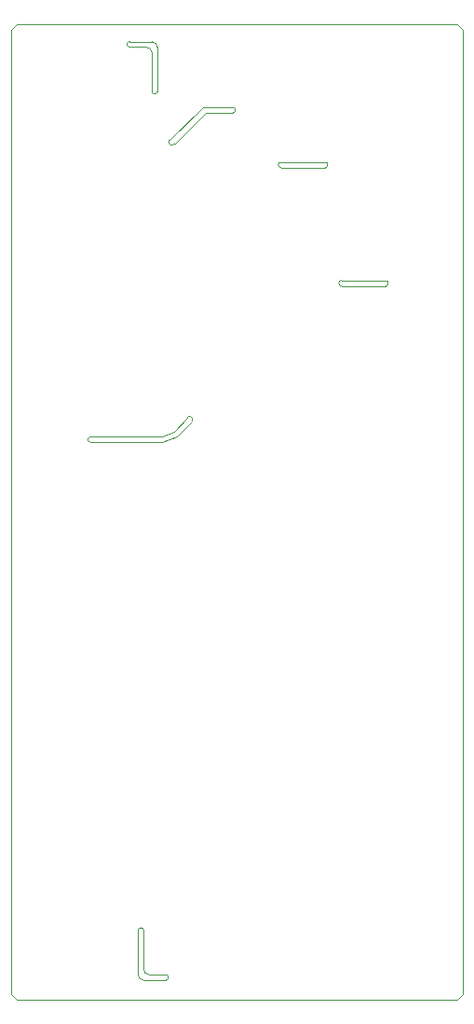
<source format=gbr>
G04 #@! TF.GenerationSoftware,KiCad,Pcbnew,(5.1.5)-3*
G04 #@! TF.CreationDate,2021-07-28T10:17:32-03:00*
G04 #@! TF.ProjectId,relayer_hw,72656c61-7965-4725-9f68-772e6b696361,rev?*
G04 #@! TF.SameCoordinates,Original*
G04 #@! TF.FileFunction,Profile,NP*
%FSLAX46Y46*%
G04 Gerber Fmt 4.6, Leading zero omitted, Abs format (unit mm)*
G04 Created by KiCad (PCBNEW (5.1.5)-3) date 2021-07-28 10:17:32*
%MOMM*%
%LPD*%
G04 APERTURE LIST*
%ADD10C,0.050000*%
G04 APERTURE END LIST*
D10*
X145750000Y-89950000D02*
X146946762Y-88705071D01*
X144700000Y-90400000D02*
X145750000Y-89950000D01*
X138200000Y-90420000D02*
X144700000Y-90400000D01*
X146946762Y-88705071D02*
G75*
G02X147430000Y-89030000I233238J-174929D01*
G01*
X138200000Y-90920000D02*
G75*
G02X138200000Y-90420000I0J250000D01*
G01*
X144710000Y-90920000D02*
X138200000Y-90920000D01*
X146000000Y-90420000D02*
X144710000Y-90920000D01*
X147430000Y-89030000D02*
X146000000Y-90420000D01*
X155500000Y-66000000D02*
G75*
G02X155500000Y-65500000I0J250000D01*
G01*
X155500000Y-65500000D02*
X159500000Y-65500000D01*
X159500000Y-65500000D02*
G75*
G02X159500000Y-66000000I0J-250000D01*
G01*
X155500000Y-66000000D02*
X159500000Y-66000000D01*
X161000000Y-76750000D02*
G75*
G02X161000000Y-76250000I0J250000D01*
G01*
X161000000Y-76250000D02*
X165000000Y-76250000D01*
X161000000Y-76750000D02*
X165000000Y-76750000D01*
X165000000Y-76250000D02*
G75*
G02X165000000Y-76750000I0J-250000D01*
G01*
X151100000Y-60500000D02*
G75*
G02X151100000Y-61000000I0J-250000D01*
G01*
X148416762Y-60500000D02*
X151100000Y-60500000D01*
X148650000Y-61000000D02*
X151100000Y-61000000D01*
X145833238Y-63824929D02*
X148650000Y-61000000D01*
X148416762Y-60500000D02*
X145350000Y-63500000D01*
X145833238Y-63824929D02*
G75*
G02X145350000Y-63500000I-233238J174929D01*
G01*
X144250000Y-59050000D02*
G75*
G02X143750000Y-59050000I-250000J0D01*
G01*
X143750000Y-54550000D02*
X141750000Y-54550000D01*
X143750000Y-54550000D02*
G75*
G02X144250000Y-55050000I0J-500000D01*
G01*
X143250000Y-55050000D02*
G75*
G02X143750000Y-55550000I0J-500000D01*
G01*
X141750000Y-55050000D02*
G75*
G02X141750000Y-54550000I0J250000D01*
G01*
X143250000Y-55050000D02*
X141750000Y-55050000D01*
X144250000Y-59050000D02*
X144250000Y-55050000D01*
X143750000Y-59050000D02*
X143750000Y-55550000D01*
X145000000Y-139250000D02*
G75*
G02X145000000Y-139750000I0J-250000D01*
G01*
X143500000Y-139250000D02*
X145000000Y-139250000D01*
X143000000Y-139750000D02*
X145000000Y-139750000D01*
X143500000Y-139250000D02*
G75*
G02X143000000Y-138750000I0J500000D01*
G01*
X143000000Y-139750000D02*
G75*
G02X142500000Y-139250000I0J500000D01*
G01*
X142500000Y-135250000D02*
X142500000Y-139250000D01*
X143000000Y-135250000D02*
X143000000Y-138750000D01*
X142500000Y-135250000D02*
G75*
G02X143000000Y-135250000I250000J0D01*
G01*
X131000000Y-141000000D02*
X131000000Y-132500000D01*
X131500000Y-141500000D02*
X131000000Y-141000000D01*
X171500000Y-141500000D02*
X131500000Y-141500000D01*
X172000000Y-141000000D02*
X171500000Y-141500000D01*
X172000000Y-135500000D02*
X172000000Y-141000000D01*
X131500000Y-53000000D02*
X132500000Y-53000000D01*
X172000000Y-135500000D02*
X172000000Y-133000000D01*
X131000000Y-53500000D02*
X131500000Y-53000000D01*
X171500000Y-53000000D02*
X172000000Y-53500000D01*
X131000000Y-132500000D02*
X131000000Y-53500000D01*
X172000000Y-53500000D02*
X172000000Y-133000000D01*
X132500000Y-53000000D02*
X171500000Y-53000000D01*
M02*

</source>
